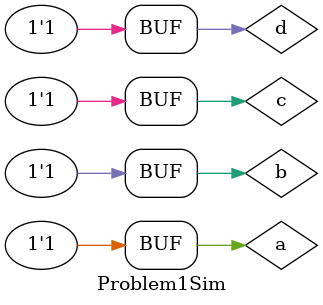
<source format=v>
`timescale 1ns / 1ps


module Problem1Sim();

    reg a;
    reg b;
    reg c;
    reg d;
    
    wire x;
        
    Problem1Mod UUT(
        .a(a),
        .b(b),
        .c(c),
        .d(d),
        .x(x)
    );
    
    initial begin
        a=0;
        b=0;
        c=0;
        d=0;
        #10;
        
        a=0;
        b=0;
        c=0;
        d=1;
        #10;
        
        a=0;
        b=0;
        c=1;
        d=0;
        #10;
        
        a=0;
        b=0;
        c=1;
        d=1;
        #10;
        
        a=0;
        b=1;
        c=0;
        d=0;
        #10;
        
        a=0;
        b=1;
        c=0;
        d=1;
        #10;
        
        a=0;
        b=1;
        c=1;
        d=0;
        #10;
        
        a=0;
        b=1;
        c=1;
        d=1;
        #10;
        
        a=1;
        b=0;
        c=0;
        d=0;
        #10;
        
        a=1;
        b=0;
        c=0;
        d=1;
        #10;
        
        a=1;
        b=0;
        c=1;
        d=0;
        #10;
        
        a=1;
        b=0;
        c=1;
        d=1;
        #10;
        
        a=1;
        b=1;
        c=0;
        d=0;
        #10;
        
        a=1;
        b=1;
        c=0;
        d=1;
        #10;
        
        a=1;
        b=1;
        c=1;
        d=0;
        #10;
        
        a=1;
        b=1;
        c=1;
        d=1;
    end
    
endmodule

</source>
